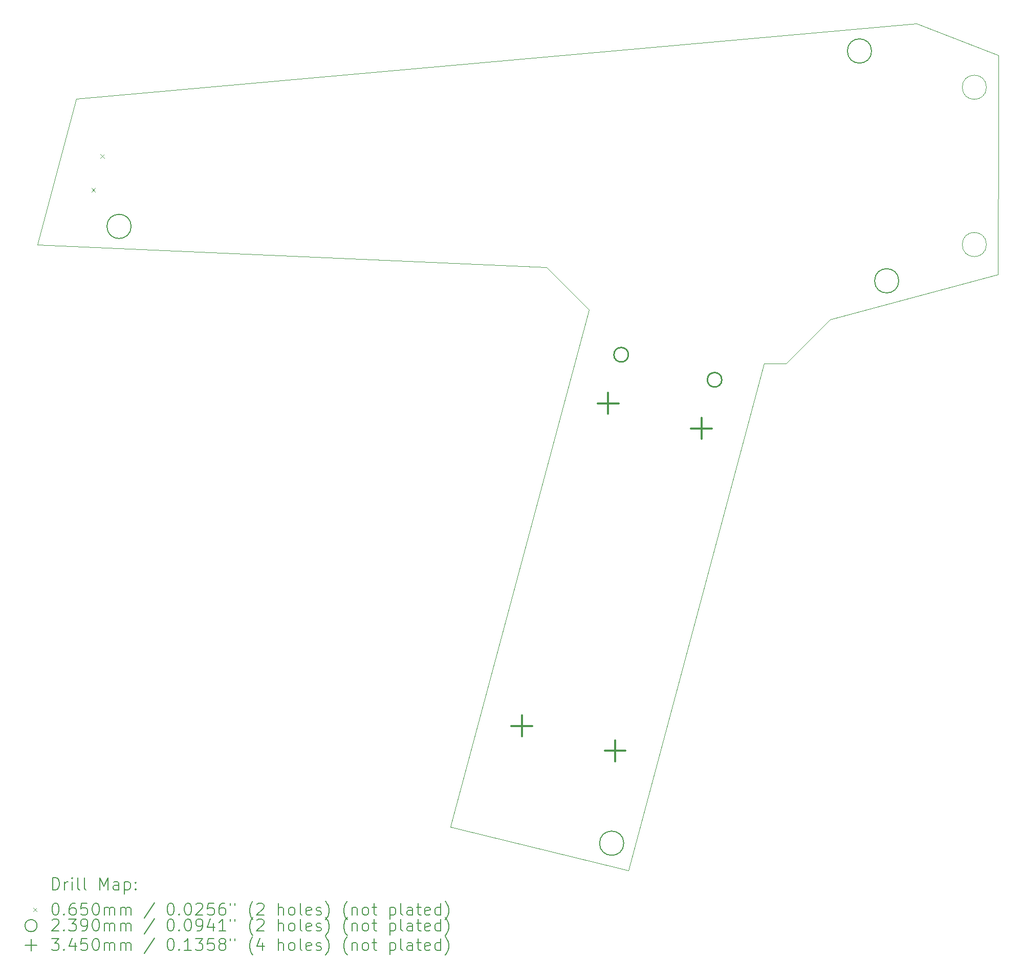
<source format=gbr>
%FSLAX45Y45*%
G04 Gerber Fmt 4.5, Leading zero omitted, Abs format (unit mm)*
G04 Created by KiCad (PCBNEW (6.0.5-0)) date 2022-11-26 13:28:32*
%MOMM*%
%LPD*%
G01*
G04 APERTURE LIST*
%TA.AperFunction,Profile*%
%ADD10C,0.100000*%
%TD*%
%TA.AperFunction,Profile*%
%ADD11C,0.150000*%
%TD*%
%ADD12C,0.200000*%
%ADD13C,0.065000*%
%ADD14C,0.239000*%
%ADD15C,0.345000*%
G04 APERTURE END LIST*
D10*
X15316364Y-6033893D02*
X15316364Y-6033893D01*
X13727128Y-15282209D02*
X13727130Y-15282207D01*
X22796623Y-3676479D02*
X22796623Y-3676479D01*
X16019054Y-6736585D02*
X16019054Y-6736585D01*
X21441966Y-2000700D02*
X21441966Y-2000700D01*
X13727130Y-15282207D02*
X16670464Y-16008596D01*
X15316364Y-6033893D02*
X16019054Y-6736585D01*
X22788344Y-6151169D02*
X22796623Y-3676479D01*
X6894081Y-5661748D02*
X6894081Y-5661748D01*
X22796623Y-3676479D02*
X22791454Y-2527383D01*
X7541432Y-3245798D02*
X6894081Y-5661748D01*
X22791454Y-2527383D02*
X22791454Y-2527383D01*
X16019054Y-6736585D02*
X13727128Y-15282209D01*
X18917693Y-7621819D02*
X18917693Y-7621819D01*
X18917693Y-7621819D02*
X19283165Y-7621819D01*
X20009126Y-6895858D02*
X22788344Y-6151169D01*
X7541432Y-3245798D02*
X7541432Y-3245798D01*
X16670464Y-16008596D02*
X16670464Y-16008596D01*
D11*
X21145352Y-6254648D02*
G75*
G03*
X21145352Y-6254648I-200000J0D01*
G01*
X16595352Y-15554648D02*
G75*
G03*
X16595352Y-15554648I-200000J0D01*
G01*
D10*
X22595352Y-5654648D02*
G75*
G03*
X22595352Y-5654648I-200000J0D01*
G01*
D11*
X8445352Y-5354648D02*
G75*
G03*
X8445352Y-5354648I-200000J0D01*
G01*
D10*
X22788344Y-6151169D02*
X22788344Y-6151169D01*
X20009126Y-6895858D02*
X20009126Y-6895858D01*
X19283165Y-7621819D02*
X19283165Y-7621819D01*
X16670464Y-16008596D02*
X18917693Y-7621819D01*
X19283165Y-7621819D02*
X20009126Y-6895858D01*
X6894081Y-5661748D02*
X15316364Y-6033893D01*
X13727128Y-15282209D02*
X13727128Y-15282209D01*
X22595352Y-3054648D02*
G75*
G03*
X22595352Y-3054648I-200000J0D01*
G01*
D11*
X20695352Y-2454648D02*
G75*
G03*
X20695352Y-2454648I-200000J0D01*
G01*
D10*
X21441966Y-2000700D02*
X7541432Y-3245798D01*
X22791454Y-2527383D02*
X21441966Y-2000700D01*
D12*
D13*
X7789194Y-4718594D02*
X7854194Y-4783594D01*
X7854194Y-4718594D02*
X7789194Y-4783594D01*
X7938791Y-4160288D02*
X8003791Y-4225288D01*
X8003791Y-4160288D02*
X7938791Y-4225288D01*
D14*
X16672048Y-7477021D02*
G75*
G03*
X16672048Y-7477021I-119500J0D01*
G01*
X18217530Y-7891132D02*
G75*
G03*
X18217530Y-7891132I-119500J0D01*
G01*
D15*
X14908271Y-13441048D02*
X14908271Y-13786048D01*
X14735771Y-13613548D02*
X15080771Y-13613548D01*
X16336952Y-8109137D02*
X16336952Y-8454138D01*
X16164452Y-8281637D02*
X16509452Y-8281637D01*
X16453752Y-13855158D02*
X16453752Y-14200158D01*
X16281252Y-14027658D02*
X16626252Y-14027658D01*
X17882433Y-8523248D02*
X17882433Y-8868248D01*
X17709933Y-8695748D02*
X18054933Y-8695748D01*
D12*
X7146700Y-16324072D02*
X7146700Y-16124072D01*
X7194319Y-16124072D01*
X7222890Y-16133596D01*
X7241938Y-16152643D01*
X7251462Y-16171691D01*
X7260985Y-16209786D01*
X7260985Y-16238358D01*
X7251462Y-16276453D01*
X7241938Y-16295500D01*
X7222890Y-16314548D01*
X7194319Y-16324072D01*
X7146700Y-16324072D01*
X7346700Y-16324072D02*
X7346700Y-16190739D01*
X7346700Y-16228834D02*
X7356224Y-16209786D01*
X7365747Y-16200262D01*
X7384795Y-16190739D01*
X7403843Y-16190739D01*
X7470509Y-16324072D02*
X7470509Y-16190739D01*
X7470509Y-16124072D02*
X7460985Y-16133596D01*
X7470509Y-16143120D01*
X7480033Y-16133596D01*
X7470509Y-16124072D01*
X7470509Y-16143120D01*
X7594319Y-16324072D02*
X7575271Y-16314548D01*
X7565747Y-16295500D01*
X7565747Y-16124072D01*
X7699081Y-16324072D02*
X7680033Y-16314548D01*
X7670509Y-16295500D01*
X7670509Y-16124072D01*
X7927652Y-16324072D02*
X7927652Y-16124072D01*
X7994319Y-16266929D01*
X8060985Y-16124072D01*
X8060985Y-16324072D01*
X8241938Y-16324072D02*
X8241938Y-16219310D01*
X8232414Y-16200262D01*
X8213366Y-16190739D01*
X8175271Y-16190739D01*
X8156224Y-16200262D01*
X8241938Y-16314548D02*
X8222890Y-16324072D01*
X8175271Y-16324072D01*
X8156224Y-16314548D01*
X8146700Y-16295500D01*
X8146700Y-16276453D01*
X8156224Y-16257405D01*
X8175271Y-16247881D01*
X8222890Y-16247881D01*
X8241938Y-16238358D01*
X8337176Y-16190739D02*
X8337176Y-16390739D01*
X8337176Y-16200262D02*
X8356224Y-16190739D01*
X8394319Y-16190739D01*
X8413367Y-16200262D01*
X8422890Y-16209786D01*
X8432414Y-16228834D01*
X8432414Y-16285977D01*
X8422890Y-16305024D01*
X8413367Y-16314548D01*
X8394319Y-16324072D01*
X8356224Y-16324072D01*
X8337176Y-16314548D01*
X8518128Y-16305024D02*
X8527652Y-16314548D01*
X8518128Y-16324072D01*
X8508605Y-16314548D01*
X8518128Y-16305024D01*
X8518128Y-16324072D01*
X8518128Y-16200262D02*
X8527652Y-16209786D01*
X8518128Y-16219310D01*
X8508605Y-16209786D01*
X8518128Y-16200262D01*
X8518128Y-16219310D01*
D13*
X6824081Y-16621096D02*
X6889081Y-16686096D01*
X6889081Y-16621096D02*
X6824081Y-16686096D01*
D12*
X7184795Y-16544072D02*
X7203843Y-16544072D01*
X7222890Y-16553596D01*
X7232414Y-16563120D01*
X7241938Y-16582167D01*
X7251462Y-16620262D01*
X7251462Y-16667881D01*
X7241938Y-16705977D01*
X7232414Y-16725024D01*
X7222890Y-16734548D01*
X7203843Y-16744072D01*
X7184795Y-16744072D01*
X7165747Y-16734548D01*
X7156224Y-16725024D01*
X7146700Y-16705977D01*
X7137176Y-16667881D01*
X7137176Y-16620262D01*
X7146700Y-16582167D01*
X7156224Y-16563120D01*
X7165747Y-16553596D01*
X7184795Y-16544072D01*
X7337176Y-16725024D02*
X7346700Y-16734548D01*
X7337176Y-16744072D01*
X7327652Y-16734548D01*
X7337176Y-16725024D01*
X7337176Y-16744072D01*
X7518128Y-16544072D02*
X7480033Y-16544072D01*
X7460985Y-16553596D01*
X7451462Y-16563120D01*
X7432414Y-16591691D01*
X7422890Y-16629786D01*
X7422890Y-16705977D01*
X7432414Y-16725024D01*
X7441938Y-16734548D01*
X7460985Y-16744072D01*
X7499081Y-16744072D01*
X7518128Y-16734548D01*
X7527652Y-16725024D01*
X7537176Y-16705977D01*
X7537176Y-16658358D01*
X7527652Y-16639310D01*
X7518128Y-16629786D01*
X7499081Y-16620262D01*
X7460985Y-16620262D01*
X7441938Y-16629786D01*
X7432414Y-16639310D01*
X7422890Y-16658358D01*
X7718128Y-16544072D02*
X7622890Y-16544072D01*
X7613366Y-16639310D01*
X7622890Y-16629786D01*
X7641938Y-16620262D01*
X7689557Y-16620262D01*
X7708605Y-16629786D01*
X7718128Y-16639310D01*
X7727652Y-16658358D01*
X7727652Y-16705977D01*
X7718128Y-16725024D01*
X7708605Y-16734548D01*
X7689557Y-16744072D01*
X7641938Y-16744072D01*
X7622890Y-16734548D01*
X7613366Y-16725024D01*
X7851462Y-16544072D02*
X7870509Y-16544072D01*
X7889557Y-16553596D01*
X7899081Y-16563120D01*
X7908605Y-16582167D01*
X7918128Y-16620262D01*
X7918128Y-16667881D01*
X7908605Y-16705977D01*
X7899081Y-16725024D01*
X7889557Y-16734548D01*
X7870509Y-16744072D01*
X7851462Y-16744072D01*
X7832414Y-16734548D01*
X7822890Y-16725024D01*
X7813366Y-16705977D01*
X7803843Y-16667881D01*
X7803843Y-16620262D01*
X7813366Y-16582167D01*
X7822890Y-16563120D01*
X7832414Y-16553596D01*
X7851462Y-16544072D01*
X8003843Y-16744072D02*
X8003843Y-16610739D01*
X8003843Y-16629786D02*
X8013366Y-16620262D01*
X8032414Y-16610739D01*
X8060985Y-16610739D01*
X8080033Y-16620262D01*
X8089557Y-16639310D01*
X8089557Y-16744072D01*
X8089557Y-16639310D02*
X8099081Y-16620262D01*
X8118128Y-16610739D01*
X8146700Y-16610739D01*
X8165747Y-16620262D01*
X8175271Y-16639310D01*
X8175271Y-16744072D01*
X8270509Y-16744072D02*
X8270509Y-16610739D01*
X8270509Y-16629786D02*
X8280033Y-16620262D01*
X8299081Y-16610739D01*
X8327652Y-16610739D01*
X8346700Y-16620262D01*
X8356224Y-16639310D01*
X8356224Y-16744072D01*
X8356224Y-16639310D02*
X8365747Y-16620262D01*
X8384795Y-16610739D01*
X8413367Y-16610739D01*
X8432414Y-16620262D01*
X8441938Y-16639310D01*
X8441938Y-16744072D01*
X8832414Y-16534548D02*
X8660986Y-16791691D01*
X9089557Y-16544072D02*
X9108605Y-16544072D01*
X9127652Y-16553596D01*
X9137176Y-16563120D01*
X9146700Y-16582167D01*
X9156224Y-16620262D01*
X9156224Y-16667881D01*
X9146700Y-16705977D01*
X9137176Y-16725024D01*
X9127652Y-16734548D01*
X9108605Y-16744072D01*
X9089557Y-16744072D01*
X9070509Y-16734548D01*
X9060986Y-16725024D01*
X9051462Y-16705977D01*
X9041938Y-16667881D01*
X9041938Y-16620262D01*
X9051462Y-16582167D01*
X9060986Y-16563120D01*
X9070509Y-16553596D01*
X9089557Y-16544072D01*
X9241938Y-16725024D02*
X9251462Y-16734548D01*
X9241938Y-16744072D01*
X9232414Y-16734548D01*
X9241938Y-16725024D01*
X9241938Y-16744072D01*
X9375271Y-16544072D02*
X9394319Y-16544072D01*
X9413367Y-16553596D01*
X9422890Y-16563120D01*
X9432414Y-16582167D01*
X9441938Y-16620262D01*
X9441938Y-16667881D01*
X9432414Y-16705977D01*
X9422890Y-16725024D01*
X9413367Y-16734548D01*
X9394319Y-16744072D01*
X9375271Y-16744072D01*
X9356224Y-16734548D01*
X9346700Y-16725024D01*
X9337176Y-16705977D01*
X9327652Y-16667881D01*
X9327652Y-16620262D01*
X9337176Y-16582167D01*
X9346700Y-16563120D01*
X9356224Y-16553596D01*
X9375271Y-16544072D01*
X9518128Y-16563120D02*
X9527652Y-16553596D01*
X9546700Y-16544072D01*
X9594319Y-16544072D01*
X9613367Y-16553596D01*
X9622890Y-16563120D01*
X9632414Y-16582167D01*
X9632414Y-16601215D01*
X9622890Y-16629786D01*
X9508605Y-16744072D01*
X9632414Y-16744072D01*
X9813367Y-16544072D02*
X9718128Y-16544072D01*
X9708605Y-16639310D01*
X9718128Y-16629786D01*
X9737176Y-16620262D01*
X9784795Y-16620262D01*
X9803843Y-16629786D01*
X9813367Y-16639310D01*
X9822890Y-16658358D01*
X9822890Y-16705977D01*
X9813367Y-16725024D01*
X9803843Y-16734548D01*
X9784795Y-16744072D01*
X9737176Y-16744072D01*
X9718128Y-16734548D01*
X9708605Y-16725024D01*
X9994319Y-16544072D02*
X9956224Y-16544072D01*
X9937176Y-16553596D01*
X9927652Y-16563120D01*
X9908605Y-16591691D01*
X9899081Y-16629786D01*
X9899081Y-16705977D01*
X9908605Y-16725024D01*
X9918128Y-16734548D01*
X9937176Y-16744072D01*
X9975271Y-16744072D01*
X9994319Y-16734548D01*
X10003843Y-16725024D01*
X10013367Y-16705977D01*
X10013367Y-16658358D01*
X10003843Y-16639310D01*
X9994319Y-16629786D01*
X9975271Y-16620262D01*
X9937176Y-16620262D01*
X9918128Y-16629786D01*
X9908605Y-16639310D01*
X9899081Y-16658358D01*
X10089557Y-16544072D02*
X10089557Y-16582167D01*
X10165747Y-16544072D02*
X10165747Y-16582167D01*
X10460986Y-16820262D02*
X10451462Y-16810739D01*
X10432414Y-16782167D01*
X10422890Y-16763120D01*
X10413367Y-16734548D01*
X10403843Y-16686929D01*
X10403843Y-16648834D01*
X10413367Y-16601215D01*
X10422890Y-16572643D01*
X10432414Y-16553596D01*
X10451462Y-16525024D01*
X10460986Y-16515500D01*
X10527652Y-16563120D02*
X10537176Y-16553596D01*
X10556224Y-16544072D01*
X10603843Y-16544072D01*
X10622890Y-16553596D01*
X10632414Y-16563120D01*
X10641938Y-16582167D01*
X10641938Y-16601215D01*
X10632414Y-16629786D01*
X10518128Y-16744072D01*
X10641938Y-16744072D01*
X10880033Y-16744072D02*
X10880033Y-16544072D01*
X10965747Y-16744072D02*
X10965747Y-16639310D01*
X10956224Y-16620262D01*
X10937176Y-16610739D01*
X10908605Y-16610739D01*
X10889557Y-16620262D01*
X10880033Y-16629786D01*
X11089557Y-16744072D02*
X11070509Y-16734548D01*
X11060986Y-16725024D01*
X11051462Y-16705977D01*
X11051462Y-16648834D01*
X11060986Y-16629786D01*
X11070509Y-16620262D01*
X11089557Y-16610739D01*
X11118128Y-16610739D01*
X11137176Y-16620262D01*
X11146700Y-16629786D01*
X11156224Y-16648834D01*
X11156224Y-16705977D01*
X11146700Y-16725024D01*
X11137176Y-16734548D01*
X11118128Y-16744072D01*
X11089557Y-16744072D01*
X11270509Y-16744072D02*
X11251462Y-16734548D01*
X11241938Y-16715500D01*
X11241938Y-16544072D01*
X11422890Y-16734548D02*
X11403843Y-16744072D01*
X11365747Y-16744072D01*
X11346700Y-16734548D01*
X11337176Y-16715500D01*
X11337176Y-16639310D01*
X11346700Y-16620262D01*
X11365747Y-16610739D01*
X11403843Y-16610739D01*
X11422890Y-16620262D01*
X11432414Y-16639310D01*
X11432414Y-16658358D01*
X11337176Y-16677405D01*
X11508605Y-16734548D02*
X11527652Y-16744072D01*
X11565747Y-16744072D01*
X11584795Y-16734548D01*
X11594319Y-16715500D01*
X11594319Y-16705977D01*
X11584795Y-16686929D01*
X11565747Y-16677405D01*
X11537176Y-16677405D01*
X11518128Y-16667881D01*
X11508605Y-16648834D01*
X11508605Y-16639310D01*
X11518128Y-16620262D01*
X11537176Y-16610739D01*
X11565747Y-16610739D01*
X11584795Y-16620262D01*
X11660985Y-16820262D02*
X11670509Y-16810739D01*
X11689557Y-16782167D01*
X11699081Y-16763120D01*
X11708605Y-16734548D01*
X11718128Y-16686929D01*
X11718128Y-16648834D01*
X11708605Y-16601215D01*
X11699081Y-16572643D01*
X11689557Y-16553596D01*
X11670509Y-16525024D01*
X11660985Y-16515500D01*
X12022890Y-16820262D02*
X12013366Y-16810739D01*
X11994319Y-16782167D01*
X11984795Y-16763120D01*
X11975271Y-16734548D01*
X11965747Y-16686929D01*
X11965747Y-16648834D01*
X11975271Y-16601215D01*
X11984795Y-16572643D01*
X11994319Y-16553596D01*
X12013366Y-16525024D01*
X12022890Y-16515500D01*
X12099081Y-16610739D02*
X12099081Y-16744072D01*
X12099081Y-16629786D02*
X12108605Y-16620262D01*
X12127652Y-16610739D01*
X12156224Y-16610739D01*
X12175271Y-16620262D01*
X12184795Y-16639310D01*
X12184795Y-16744072D01*
X12308605Y-16744072D02*
X12289557Y-16734548D01*
X12280033Y-16725024D01*
X12270509Y-16705977D01*
X12270509Y-16648834D01*
X12280033Y-16629786D01*
X12289557Y-16620262D01*
X12308605Y-16610739D01*
X12337176Y-16610739D01*
X12356224Y-16620262D01*
X12365747Y-16629786D01*
X12375271Y-16648834D01*
X12375271Y-16705977D01*
X12365747Y-16725024D01*
X12356224Y-16734548D01*
X12337176Y-16744072D01*
X12308605Y-16744072D01*
X12432414Y-16610739D02*
X12508605Y-16610739D01*
X12460985Y-16544072D02*
X12460985Y-16715500D01*
X12470509Y-16734548D01*
X12489557Y-16744072D01*
X12508605Y-16744072D01*
X12727652Y-16610739D02*
X12727652Y-16810739D01*
X12727652Y-16620262D02*
X12746700Y-16610739D01*
X12784795Y-16610739D01*
X12803843Y-16620262D01*
X12813366Y-16629786D01*
X12822890Y-16648834D01*
X12822890Y-16705977D01*
X12813366Y-16725024D01*
X12803843Y-16734548D01*
X12784795Y-16744072D01*
X12746700Y-16744072D01*
X12727652Y-16734548D01*
X12937176Y-16744072D02*
X12918128Y-16734548D01*
X12908605Y-16715500D01*
X12908605Y-16544072D01*
X13099081Y-16744072D02*
X13099081Y-16639310D01*
X13089557Y-16620262D01*
X13070509Y-16610739D01*
X13032414Y-16610739D01*
X13013366Y-16620262D01*
X13099081Y-16734548D02*
X13080033Y-16744072D01*
X13032414Y-16744072D01*
X13013366Y-16734548D01*
X13003843Y-16715500D01*
X13003843Y-16696453D01*
X13013366Y-16677405D01*
X13032414Y-16667881D01*
X13080033Y-16667881D01*
X13099081Y-16658358D01*
X13165747Y-16610739D02*
X13241938Y-16610739D01*
X13194319Y-16544072D02*
X13194319Y-16715500D01*
X13203843Y-16734548D01*
X13222890Y-16744072D01*
X13241938Y-16744072D01*
X13384795Y-16734548D02*
X13365747Y-16744072D01*
X13327652Y-16744072D01*
X13308605Y-16734548D01*
X13299081Y-16715500D01*
X13299081Y-16639310D01*
X13308605Y-16620262D01*
X13327652Y-16610739D01*
X13365747Y-16610739D01*
X13384795Y-16620262D01*
X13394319Y-16639310D01*
X13394319Y-16658358D01*
X13299081Y-16677405D01*
X13565747Y-16744072D02*
X13565747Y-16544072D01*
X13565747Y-16734548D02*
X13546700Y-16744072D01*
X13508605Y-16744072D01*
X13489557Y-16734548D01*
X13480033Y-16725024D01*
X13470509Y-16705977D01*
X13470509Y-16648834D01*
X13480033Y-16629786D01*
X13489557Y-16620262D01*
X13508605Y-16610739D01*
X13546700Y-16610739D01*
X13565747Y-16620262D01*
X13641938Y-16820262D02*
X13651462Y-16810739D01*
X13670509Y-16782167D01*
X13680033Y-16763120D01*
X13689557Y-16734548D01*
X13699081Y-16686929D01*
X13699081Y-16648834D01*
X13689557Y-16601215D01*
X13680033Y-16572643D01*
X13670509Y-16553596D01*
X13651462Y-16525024D01*
X13641938Y-16515500D01*
X6889081Y-16917596D02*
G75*
G03*
X6889081Y-16917596I-100000J0D01*
G01*
X7137176Y-16827120D02*
X7146700Y-16817596D01*
X7165747Y-16808072D01*
X7213366Y-16808072D01*
X7232414Y-16817596D01*
X7241938Y-16827120D01*
X7251462Y-16846167D01*
X7251462Y-16865215D01*
X7241938Y-16893786D01*
X7127652Y-17008072D01*
X7251462Y-17008072D01*
X7337176Y-16989024D02*
X7346700Y-16998548D01*
X7337176Y-17008072D01*
X7327652Y-16998548D01*
X7337176Y-16989024D01*
X7337176Y-17008072D01*
X7413366Y-16808072D02*
X7537176Y-16808072D01*
X7470509Y-16884262D01*
X7499081Y-16884262D01*
X7518128Y-16893786D01*
X7527652Y-16903310D01*
X7537176Y-16922358D01*
X7537176Y-16969977D01*
X7527652Y-16989024D01*
X7518128Y-16998548D01*
X7499081Y-17008072D01*
X7441938Y-17008072D01*
X7422890Y-16998548D01*
X7413366Y-16989024D01*
X7632414Y-17008072D02*
X7670509Y-17008072D01*
X7689557Y-16998548D01*
X7699081Y-16989024D01*
X7718128Y-16960453D01*
X7727652Y-16922358D01*
X7727652Y-16846167D01*
X7718128Y-16827120D01*
X7708605Y-16817596D01*
X7689557Y-16808072D01*
X7651462Y-16808072D01*
X7632414Y-16817596D01*
X7622890Y-16827120D01*
X7613366Y-16846167D01*
X7613366Y-16893786D01*
X7622890Y-16912834D01*
X7632414Y-16922358D01*
X7651462Y-16931882D01*
X7689557Y-16931882D01*
X7708605Y-16922358D01*
X7718128Y-16912834D01*
X7727652Y-16893786D01*
X7851462Y-16808072D02*
X7870509Y-16808072D01*
X7889557Y-16817596D01*
X7899081Y-16827120D01*
X7908605Y-16846167D01*
X7918128Y-16884262D01*
X7918128Y-16931882D01*
X7908605Y-16969977D01*
X7899081Y-16989024D01*
X7889557Y-16998548D01*
X7870509Y-17008072D01*
X7851462Y-17008072D01*
X7832414Y-16998548D01*
X7822890Y-16989024D01*
X7813366Y-16969977D01*
X7803843Y-16931882D01*
X7803843Y-16884262D01*
X7813366Y-16846167D01*
X7822890Y-16827120D01*
X7832414Y-16817596D01*
X7851462Y-16808072D01*
X8003843Y-17008072D02*
X8003843Y-16874739D01*
X8003843Y-16893786D02*
X8013366Y-16884262D01*
X8032414Y-16874739D01*
X8060985Y-16874739D01*
X8080033Y-16884262D01*
X8089557Y-16903310D01*
X8089557Y-17008072D01*
X8089557Y-16903310D02*
X8099081Y-16884262D01*
X8118128Y-16874739D01*
X8146700Y-16874739D01*
X8165747Y-16884262D01*
X8175271Y-16903310D01*
X8175271Y-17008072D01*
X8270509Y-17008072D02*
X8270509Y-16874739D01*
X8270509Y-16893786D02*
X8280033Y-16884262D01*
X8299081Y-16874739D01*
X8327652Y-16874739D01*
X8346700Y-16884262D01*
X8356224Y-16903310D01*
X8356224Y-17008072D01*
X8356224Y-16903310D02*
X8365747Y-16884262D01*
X8384795Y-16874739D01*
X8413367Y-16874739D01*
X8432414Y-16884262D01*
X8441938Y-16903310D01*
X8441938Y-17008072D01*
X8832414Y-16798548D02*
X8660986Y-17055691D01*
X9089557Y-16808072D02*
X9108605Y-16808072D01*
X9127652Y-16817596D01*
X9137176Y-16827120D01*
X9146700Y-16846167D01*
X9156224Y-16884262D01*
X9156224Y-16931882D01*
X9146700Y-16969977D01*
X9137176Y-16989024D01*
X9127652Y-16998548D01*
X9108605Y-17008072D01*
X9089557Y-17008072D01*
X9070509Y-16998548D01*
X9060986Y-16989024D01*
X9051462Y-16969977D01*
X9041938Y-16931882D01*
X9041938Y-16884262D01*
X9051462Y-16846167D01*
X9060986Y-16827120D01*
X9070509Y-16817596D01*
X9089557Y-16808072D01*
X9241938Y-16989024D02*
X9251462Y-16998548D01*
X9241938Y-17008072D01*
X9232414Y-16998548D01*
X9241938Y-16989024D01*
X9241938Y-17008072D01*
X9375271Y-16808072D02*
X9394319Y-16808072D01*
X9413367Y-16817596D01*
X9422890Y-16827120D01*
X9432414Y-16846167D01*
X9441938Y-16884262D01*
X9441938Y-16931882D01*
X9432414Y-16969977D01*
X9422890Y-16989024D01*
X9413367Y-16998548D01*
X9394319Y-17008072D01*
X9375271Y-17008072D01*
X9356224Y-16998548D01*
X9346700Y-16989024D01*
X9337176Y-16969977D01*
X9327652Y-16931882D01*
X9327652Y-16884262D01*
X9337176Y-16846167D01*
X9346700Y-16827120D01*
X9356224Y-16817596D01*
X9375271Y-16808072D01*
X9537176Y-17008072D02*
X9575271Y-17008072D01*
X9594319Y-16998548D01*
X9603843Y-16989024D01*
X9622890Y-16960453D01*
X9632414Y-16922358D01*
X9632414Y-16846167D01*
X9622890Y-16827120D01*
X9613367Y-16817596D01*
X9594319Y-16808072D01*
X9556224Y-16808072D01*
X9537176Y-16817596D01*
X9527652Y-16827120D01*
X9518128Y-16846167D01*
X9518128Y-16893786D01*
X9527652Y-16912834D01*
X9537176Y-16922358D01*
X9556224Y-16931882D01*
X9594319Y-16931882D01*
X9613367Y-16922358D01*
X9622890Y-16912834D01*
X9632414Y-16893786D01*
X9803843Y-16874739D02*
X9803843Y-17008072D01*
X9756224Y-16798548D02*
X9708605Y-16941405D01*
X9832414Y-16941405D01*
X10013367Y-17008072D02*
X9899081Y-17008072D01*
X9956224Y-17008072D02*
X9956224Y-16808072D01*
X9937176Y-16836643D01*
X9918128Y-16855691D01*
X9899081Y-16865215D01*
X10089557Y-16808072D02*
X10089557Y-16846167D01*
X10165747Y-16808072D02*
X10165747Y-16846167D01*
X10460986Y-17084262D02*
X10451462Y-17074739D01*
X10432414Y-17046167D01*
X10422890Y-17027120D01*
X10413367Y-16998548D01*
X10403843Y-16950929D01*
X10403843Y-16912834D01*
X10413367Y-16865215D01*
X10422890Y-16836643D01*
X10432414Y-16817596D01*
X10451462Y-16789024D01*
X10460986Y-16779501D01*
X10527652Y-16827120D02*
X10537176Y-16817596D01*
X10556224Y-16808072D01*
X10603843Y-16808072D01*
X10622890Y-16817596D01*
X10632414Y-16827120D01*
X10641938Y-16846167D01*
X10641938Y-16865215D01*
X10632414Y-16893786D01*
X10518128Y-17008072D01*
X10641938Y-17008072D01*
X10880033Y-17008072D02*
X10880033Y-16808072D01*
X10965747Y-17008072D02*
X10965747Y-16903310D01*
X10956224Y-16884262D01*
X10937176Y-16874739D01*
X10908605Y-16874739D01*
X10889557Y-16884262D01*
X10880033Y-16893786D01*
X11089557Y-17008072D02*
X11070509Y-16998548D01*
X11060986Y-16989024D01*
X11051462Y-16969977D01*
X11051462Y-16912834D01*
X11060986Y-16893786D01*
X11070509Y-16884262D01*
X11089557Y-16874739D01*
X11118128Y-16874739D01*
X11137176Y-16884262D01*
X11146700Y-16893786D01*
X11156224Y-16912834D01*
X11156224Y-16969977D01*
X11146700Y-16989024D01*
X11137176Y-16998548D01*
X11118128Y-17008072D01*
X11089557Y-17008072D01*
X11270509Y-17008072D02*
X11251462Y-16998548D01*
X11241938Y-16979501D01*
X11241938Y-16808072D01*
X11422890Y-16998548D02*
X11403843Y-17008072D01*
X11365747Y-17008072D01*
X11346700Y-16998548D01*
X11337176Y-16979501D01*
X11337176Y-16903310D01*
X11346700Y-16884262D01*
X11365747Y-16874739D01*
X11403843Y-16874739D01*
X11422890Y-16884262D01*
X11432414Y-16903310D01*
X11432414Y-16922358D01*
X11337176Y-16941405D01*
X11508605Y-16998548D02*
X11527652Y-17008072D01*
X11565747Y-17008072D01*
X11584795Y-16998548D01*
X11594319Y-16979501D01*
X11594319Y-16969977D01*
X11584795Y-16950929D01*
X11565747Y-16941405D01*
X11537176Y-16941405D01*
X11518128Y-16931882D01*
X11508605Y-16912834D01*
X11508605Y-16903310D01*
X11518128Y-16884262D01*
X11537176Y-16874739D01*
X11565747Y-16874739D01*
X11584795Y-16884262D01*
X11660985Y-17084262D02*
X11670509Y-17074739D01*
X11689557Y-17046167D01*
X11699081Y-17027120D01*
X11708605Y-16998548D01*
X11718128Y-16950929D01*
X11718128Y-16912834D01*
X11708605Y-16865215D01*
X11699081Y-16836643D01*
X11689557Y-16817596D01*
X11670509Y-16789024D01*
X11660985Y-16779501D01*
X12022890Y-17084262D02*
X12013366Y-17074739D01*
X11994319Y-17046167D01*
X11984795Y-17027120D01*
X11975271Y-16998548D01*
X11965747Y-16950929D01*
X11965747Y-16912834D01*
X11975271Y-16865215D01*
X11984795Y-16836643D01*
X11994319Y-16817596D01*
X12013366Y-16789024D01*
X12022890Y-16779501D01*
X12099081Y-16874739D02*
X12099081Y-17008072D01*
X12099081Y-16893786D02*
X12108605Y-16884262D01*
X12127652Y-16874739D01*
X12156224Y-16874739D01*
X12175271Y-16884262D01*
X12184795Y-16903310D01*
X12184795Y-17008072D01*
X12308605Y-17008072D02*
X12289557Y-16998548D01*
X12280033Y-16989024D01*
X12270509Y-16969977D01*
X12270509Y-16912834D01*
X12280033Y-16893786D01*
X12289557Y-16884262D01*
X12308605Y-16874739D01*
X12337176Y-16874739D01*
X12356224Y-16884262D01*
X12365747Y-16893786D01*
X12375271Y-16912834D01*
X12375271Y-16969977D01*
X12365747Y-16989024D01*
X12356224Y-16998548D01*
X12337176Y-17008072D01*
X12308605Y-17008072D01*
X12432414Y-16874739D02*
X12508605Y-16874739D01*
X12460985Y-16808072D02*
X12460985Y-16979501D01*
X12470509Y-16998548D01*
X12489557Y-17008072D01*
X12508605Y-17008072D01*
X12727652Y-16874739D02*
X12727652Y-17074739D01*
X12727652Y-16884262D02*
X12746700Y-16874739D01*
X12784795Y-16874739D01*
X12803843Y-16884262D01*
X12813366Y-16893786D01*
X12822890Y-16912834D01*
X12822890Y-16969977D01*
X12813366Y-16989024D01*
X12803843Y-16998548D01*
X12784795Y-17008072D01*
X12746700Y-17008072D01*
X12727652Y-16998548D01*
X12937176Y-17008072D02*
X12918128Y-16998548D01*
X12908605Y-16979501D01*
X12908605Y-16808072D01*
X13099081Y-17008072D02*
X13099081Y-16903310D01*
X13089557Y-16884262D01*
X13070509Y-16874739D01*
X13032414Y-16874739D01*
X13013366Y-16884262D01*
X13099081Y-16998548D02*
X13080033Y-17008072D01*
X13032414Y-17008072D01*
X13013366Y-16998548D01*
X13003843Y-16979501D01*
X13003843Y-16960453D01*
X13013366Y-16941405D01*
X13032414Y-16931882D01*
X13080033Y-16931882D01*
X13099081Y-16922358D01*
X13165747Y-16874739D02*
X13241938Y-16874739D01*
X13194319Y-16808072D02*
X13194319Y-16979501D01*
X13203843Y-16998548D01*
X13222890Y-17008072D01*
X13241938Y-17008072D01*
X13384795Y-16998548D02*
X13365747Y-17008072D01*
X13327652Y-17008072D01*
X13308605Y-16998548D01*
X13299081Y-16979501D01*
X13299081Y-16903310D01*
X13308605Y-16884262D01*
X13327652Y-16874739D01*
X13365747Y-16874739D01*
X13384795Y-16884262D01*
X13394319Y-16903310D01*
X13394319Y-16922358D01*
X13299081Y-16941405D01*
X13565747Y-17008072D02*
X13565747Y-16808072D01*
X13565747Y-16998548D02*
X13546700Y-17008072D01*
X13508605Y-17008072D01*
X13489557Y-16998548D01*
X13480033Y-16989024D01*
X13470509Y-16969977D01*
X13470509Y-16912834D01*
X13480033Y-16893786D01*
X13489557Y-16884262D01*
X13508605Y-16874739D01*
X13546700Y-16874739D01*
X13565747Y-16884262D01*
X13641938Y-17084262D02*
X13651462Y-17074739D01*
X13670509Y-17046167D01*
X13680033Y-17027120D01*
X13689557Y-16998548D01*
X13699081Y-16950929D01*
X13699081Y-16912834D01*
X13689557Y-16865215D01*
X13680033Y-16836643D01*
X13670509Y-16817596D01*
X13651462Y-16789024D01*
X13641938Y-16779501D01*
X6789081Y-17137596D02*
X6789081Y-17337596D01*
X6689081Y-17237596D02*
X6889081Y-17237596D01*
X7127652Y-17128072D02*
X7251462Y-17128072D01*
X7184795Y-17204262D01*
X7213366Y-17204262D01*
X7232414Y-17213786D01*
X7241938Y-17223310D01*
X7251462Y-17242358D01*
X7251462Y-17289977D01*
X7241938Y-17309024D01*
X7232414Y-17318548D01*
X7213366Y-17328072D01*
X7156224Y-17328072D01*
X7137176Y-17318548D01*
X7127652Y-17309024D01*
X7337176Y-17309024D02*
X7346700Y-17318548D01*
X7337176Y-17328072D01*
X7327652Y-17318548D01*
X7337176Y-17309024D01*
X7337176Y-17328072D01*
X7518128Y-17194739D02*
X7518128Y-17328072D01*
X7470509Y-17118548D02*
X7422890Y-17261405D01*
X7546700Y-17261405D01*
X7718128Y-17128072D02*
X7622890Y-17128072D01*
X7613366Y-17223310D01*
X7622890Y-17213786D01*
X7641938Y-17204262D01*
X7689557Y-17204262D01*
X7708605Y-17213786D01*
X7718128Y-17223310D01*
X7727652Y-17242358D01*
X7727652Y-17289977D01*
X7718128Y-17309024D01*
X7708605Y-17318548D01*
X7689557Y-17328072D01*
X7641938Y-17328072D01*
X7622890Y-17318548D01*
X7613366Y-17309024D01*
X7851462Y-17128072D02*
X7870509Y-17128072D01*
X7889557Y-17137596D01*
X7899081Y-17147120D01*
X7908605Y-17166167D01*
X7918128Y-17204262D01*
X7918128Y-17251882D01*
X7908605Y-17289977D01*
X7899081Y-17309024D01*
X7889557Y-17318548D01*
X7870509Y-17328072D01*
X7851462Y-17328072D01*
X7832414Y-17318548D01*
X7822890Y-17309024D01*
X7813366Y-17289977D01*
X7803843Y-17251882D01*
X7803843Y-17204262D01*
X7813366Y-17166167D01*
X7822890Y-17147120D01*
X7832414Y-17137596D01*
X7851462Y-17128072D01*
X8003843Y-17328072D02*
X8003843Y-17194739D01*
X8003843Y-17213786D02*
X8013366Y-17204262D01*
X8032414Y-17194739D01*
X8060985Y-17194739D01*
X8080033Y-17204262D01*
X8089557Y-17223310D01*
X8089557Y-17328072D01*
X8089557Y-17223310D02*
X8099081Y-17204262D01*
X8118128Y-17194739D01*
X8146700Y-17194739D01*
X8165747Y-17204262D01*
X8175271Y-17223310D01*
X8175271Y-17328072D01*
X8270509Y-17328072D02*
X8270509Y-17194739D01*
X8270509Y-17213786D02*
X8280033Y-17204262D01*
X8299081Y-17194739D01*
X8327652Y-17194739D01*
X8346700Y-17204262D01*
X8356224Y-17223310D01*
X8356224Y-17328072D01*
X8356224Y-17223310D02*
X8365747Y-17204262D01*
X8384795Y-17194739D01*
X8413367Y-17194739D01*
X8432414Y-17204262D01*
X8441938Y-17223310D01*
X8441938Y-17328072D01*
X8832414Y-17118548D02*
X8660986Y-17375691D01*
X9089557Y-17128072D02*
X9108605Y-17128072D01*
X9127652Y-17137596D01*
X9137176Y-17147120D01*
X9146700Y-17166167D01*
X9156224Y-17204262D01*
X9156224Y-17251882D01*
X9146700Y-17289977D01*
X9137176Y-17309024D01*
X9127652Y-17318548D01*
X9108605Y-17328072D01*
X9089557Y-17328072D01*
X9070509Y-17318548D01*
X9060986Y-17309024D01*
X9051462Y-17289977D01*
X9041938Y-17251882D01*
X9041938Y-17204262D01*
X9051462Y-17166167D01*
X9060986Y-17147120D01*
X9070509Y-17137596D01*
X9089557Y-17128072D01*
X9241938Y-17309024D02*
X9251462Y-17318548D01*
X9241938Y-17328072D01*
X9232414Y-17318548D01*
X9241938Y-17309024D01*
X9241938Y-17328072D01*
X9441938Y-17328072D02*
X9327652Y-17328072D01*
X9384795Y-17328072D02*
X9384795Y-17128072D01*
X9365747Y-17156643D01*
X9346700Y-17175691D01*
X9327652Y-17185215D01*
X9508605Y-17128072D02*
X9632414Y-17128072D01*
X9565747Y-17204262D01*
X9594319Y-17204262D01*
X9613367Y-17213786D01*
X9622890Y-17223310D01*
X9632414Y-17242358D01*
X9632414Y-17289977D01*
X9622890Y-17309024D01*
X9613367Y-17318548D01*
X9594319Y-17328072D01*
X9537176Y-17328072D01*
X9518128Y-17318548D01*
X9508605Y-17309024D01*
X9813367Y-17128072D02*
X9718128Y-17128072D01*
X9708605Y-17223310D01*
X9718128Y-17213786D01*
X9737176Y-17204262D01*
X9784795Y-17204262D01*
X9803843Y-17213786D01*
X9813367Y-17223310D01*
X9822890Y-17242358D01*
X9822890Y-17289977D01*
X9813367Y-17309024D01*
X9803843Y-17318548D01*
X9784795Y-17328072D01*
X9737176Y-17328072D01*
X9718128Y-17318548D01*
X9708605Y-17309024D01*
X9937176Y-17213786D02*
X9918128Y-17204262D01*
X9908605Y-17194739D01*
X9899081Y-17175691D01*
X9899081Y-17166167D01*
X9908605Y-17147120D01*
X9918128Y-17137596D01*
X9937176Y-17128072D01*
X9975271Y-17128072D01*
X9994319Y-17137596D01*
X10003843Y-17147120D01*
X10013367Y-17166167D01*
X10013367Y-17175691D01*
X10003843Y-17194739D01*
X9994319Y-17204262D01*
X9975271Y-17213786D01*
X9937176Y-17213786D01*
X9918128Y-17223310D01*
X9908605Y-17232834D01*
X9899081Y-17251882D01*
X9899081Y-17289977D01*
X9908605Y-17309024D01*
X9918128Y-17318548D01*
X9937176Y-17328072D01*
X9975271Y-17328072D01*
X9994319Y-17318548D01*
X10003843Y-17309024D01*
X10013367Y-17289977D01*
X10013367Y-17251882D01*
X10003843Y-17232834D01*
X9994319Y-17223310D01*
X9975271Y-17213786D01*
X10089557Y-17128072D02*
X10089557Y-17166167D01*
X10165747Y-17128072D02*
X10165747Y-17166167D01*
X10460986Y-17404262D02*
X10451462Y-17394739D01*
X10432414Y-17366167D01*
X10422890Y-17347120D01*
X10413367Y-17318548D01*
X10403843Y-17270929D01*
X10403843Y-17232834D01*
X10413367Y-17185215D01*
X10422890Y-17156643D01*
X10432414Y-17137596D01*
X10451462Y-17109024D01*
X10460986Y-17099501D01*
X10622890Y-17194739D02*
X10622890Y-17328072D01*
X10575271Y-17118548D02*
X10527652Y-17261405D01*
X10651462Y-17261405D01*
X10880033Y-17328072D02*
X10880033Y-17128072D01*
X10965747Y-17328072D02*
X10965747Y-17223310D01*
X10956224Y-17204262D01*
X10937176Y-17194739D01*
X10908605Y-17194739D01*
X10889557Y-17204262D01*
X10880033Y-17213786D01*
X11089557Y-17328072D02*
X11070509Y-17318548D01*
X11060986Y-17309024D01*
X11051462Y-17289977D01*
X11051462Y-17232834D01*
X11060986Y-17213786D01*
X11070509Y-17204262D01*
X11089557Y-17194739D01*
X11118128Y-17194739D01*
X11137176Y-17204262D01*
X11146700Y-17213786D01*
X11156224Y-17232834D01*
X11156224Y-17289977D01*
X11146700Y-17309024D01*
X11137176Y-17318548D01*
X11118128Y-17328072D01*
X11089557Y-17328072D01*
X11270509Y-17328072D02*
X11251462Y-17318548D01*
X11241938Y-17299501D01*
X11241938Y-17128072D01*
X11422890Y-17318548D02*
X11403843Y-17328072D01*
X11365747Y-17328072D01*
X11346700Y-17318548D01*
X11337176Y-17299501D01*
X11337176Y-17223310D01*
X11346700Y-17204262D01*
X11365747Y-17194739D01*
X11403843Y-17194739D01*
X11422890Y-17204262D01*
X11432414Y-17223310D01*
X11432414Y-17242358D01*
X11337176Y-17261405D01*
X11508605Y-17318548D02*
X11527652Y-17328072D01*
X11565747Y-17328072D01*
X11584795Y-17318548D01*
X11594319Y-17299501D01*
X11594319Y-17289977D01*
X11584795Y-17270929D01*
X11565747Y-17261405D01*
X11537176Y-17261405D01*
X11518128Y-17251882D01*
X11508605Y-17232834D01*
X11508605Y-17223310D01*
X11518128Y-17204262D01*
X11537176Y-17194739D01*
X11565747Y-17194739D01*
X11584795Y-17204262D01*
X11660985Y-17404262D02*
X11670509Y-17394739D01*
X11689557Y-17366167D01*
X11699081Y-17347120D01*
X11708605Y-17318548D01*
X11718128Y-17270929D01*
X11718128Y-17232834D01*
X11708605Y-17185215D01*
X11699081Y-17156643D01*
X11689557Y-17137596D01*
X11670509Y-17109024D01*
X11660985Y-17099501D01*
X12022890Y-17404262D02*
X12013366Y-17394739D01*
X11994319Y-17366167D01*
X11984795Y-17347120D01*
X11975271Y-17318548D01*
X11965747Y-17270929D01*
X11965747Y-17232834D01*
X11975271Y-17185215D01*
X11984795Y-17156643D01*
X11994319Y-17137596D01*
X12013366Y-17109024D01*
X12022890Y-17099501D01*
X12099081Y-17194739D02*
X12099081Y-17328072D01*
X12099081Y-17213786D02*
X12108605Y-17204262D01*
X12127652Y-17194739D01*
X12156224Y-17194739D01*
X12175271Y-17204262D01*
X12184795Y-17223310D01*
X12184795Y-17328072D01*
X12308605Y-17328072D02*
X12289557Y-17318548D01*
X12280033Y-17309024D01*
X12270509Y-17289977D01*
X12270509Y-17232834D01*
X12280033Y-17213786D01*
X12289557Y-17204262D01*
X12308605Y-17194739D01*
X12337176Y-17194739D01*
X12356224Y-17204262D01*
X12365747Y-17213786D01*
X12375271Y-17232834D01*
X12375271Y-17289977D01*
X12365747Y-17309024D01*
X12356224Y-17318548D01*
X12337176Y-17328072D01*
X12308605Y-17328072D01*
X12432414Y-17194739D02*
X12508605Y-17194739D01*
X12460985Y-17128072D02*
X12460985Y-17299501D01*
X12470509Y-17318548D01*
X12489557Y-17328072D01*
X12508605Y-17328072D01*
X12727652Y-17194739D02*
X12727652Y-17394739D01*
X12727652Y-17204262D02*
X12746700Y-17194739D01*
X12784795Y-17194739D01*
X12803843Y-17204262D01*
X12813366Y-17213786D01*
X12822890Y-17232834D01*
X12822890Y-17289977D01*
X12813366Y-17309024D01*
X12803843Y-17318548D01*
X12784795Y-17328072D01*
X12746700Y-17328072D01*
X12727652Y-17318548D01*
X12937176Y-17328072D02*
X12918128Y-17318548D01*
X12908605Y-17299501D01*
X12908605Y-17128072D01*
X13099081Y-17328072D02*
X13099081Y-17223310D01*
X13089557Y-17204262D01*
X13070509Y-17194739D01*
X13032414Y-17194739D01*
X13013366Y-17204262D01*
X13099081Y-17318548D02*
X13080033Y-17328072D01*
X13032414Y-17328072D01*
X13013366Y-17318548D01*
X13003843Y-17299501D01*
X13003843Y-17280453D01*
X13013366Y-17261405D01*
X13032414Y-17251882D01*
X13080033Y-17251882D01*
X13099081Y-17242358D01*
X13165747Y-17194739D02*
X13241938Y-17194739D01*
X13194319Y-17128072D02*
X13194319Y-17299501D01*
X13203843Y-17318548D01*
X13222890Y-17328072D01*
X13241938Y-17328072D01*
X13384795Y-17318548D02*
X13365747Y-17328072D01*
X13327652Y-17328072D01*
X13308605Y-17318548D01*
X13299081Y-17299501D01*
X13299081Y-17223310D01*
X13308605Y-17204262D01*
X13327652Y-17194739D01*
X13365747Y-17194739D01*
X13384795Y-17204262D01*
X13394319Y-17223310D01*
X13394319Y-17242358D01*
X13299081Y-17261405D01*
X13565747Y-17328072D02*
X13565747Y-17128072D01*
X13565747Y-17318548D02*
X13546700Y-17328072D01*
X13508605Y-17328072D01*
X13489557Y-17318548D01*
X13480033Y-17309024D01*
X13470509Y-17289977D01*
X13470509Y-17232834D01*
X13480033Y-17213786D01*
X13489557Y-17204262D01*
X13508605Y-17194739D01*
X13546700Y-17194739D01*
X13565747Y-17204262D01*
X13641938Y-17404262D02*
X13651462Y-17394739D01*
X13670509Y-17366167D01*
X13680033Y-17347120D01*
X13689557Y-17318548D01*
X13699081Y-17270929D01*
X13699081Y-17232834D01*
X13689557Y-17185215D01*
X13680033Y-17156643D01*
X13670509Y-17137596D01*
X13651462Y-17109024D01*
X13641938Y-17099501D01*
M02*

</source>
